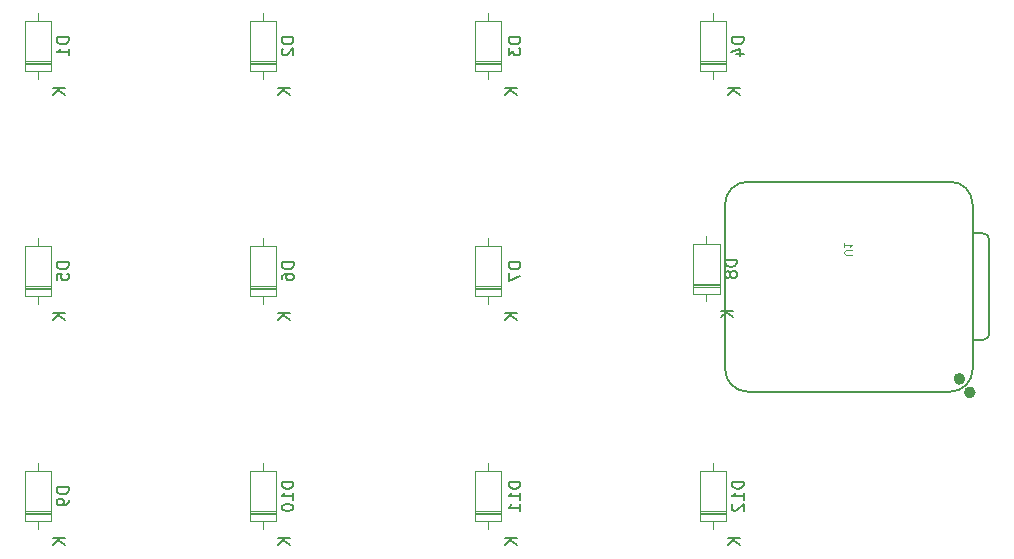
<source format=gbr>
%TF.GenerationSoftware,KiCad,Pcbnew,8.0.6*%
%TF.CreationDate,2025-07-02T19:59:32-04:00*%
%TF.ProjectId,tronzpad,74726f6e-7a70-4616-942e-6b696361645f,rev?*%
%TF.SameCoordinates,Original*%
%TF.FileFunction,Legend,Bot*%
%TF.FilePolarity,Positive*%
%FSLAX46Y46*%
G04 Gerber Fmt 4.6, Leading zero omitted, Abs format (unit mm)*
G04 Created by KiCad (PCBNEW 8.0.6) date 2025-07-02 19:59:32*
%MOMM*%
%LPD*%
G01*
G04 APERTURE LIST*
%ADD10C,0.150000*%
%ADD11C,0.101600*%
%ADD12C,0.120000*%
%ADD13C,0.127000*%
%ADD14C,0.100000*%
%ADD15C,0.504000*%
G04 APERTURE END LIST*
D10*
X160317790Y-117690981D02*
X159317790Y-117690981D01*
X159317790Y-117690981D02*
X159317790Y-117929076D01*
X159317790Y-117929076D02*
X159365409Y-118071933D01*
X159365409Y-118071933D02*
X159460647Y-118167171D01*
X159460647Y-118167171D02*
X159555885Y-118214790D01*
X159555885Y-118214790D02*
X159746361Y-118262409D01*
X159746361Y-118262409D02*
X159889218Y-118262409D01*
X159889218Y-118262409D02*
X160079694Y-118214790D01*
X160079694Y-118214790D02*
X160174932Y-118167171D01*
X160174932Y-118167171D02*
X160270171Y-118071933D01*
X160270171Y-118071933D02*
X160317790Y-117929076D01*
X160317790Y-117929076D02*
X160317790Y-117690981D01*
X160317790Y-119214790D02*
X160317790Y-118643362D01*
X160317790Y-118929076D02*
X159317790Y-118929076D01*
X159317790Y-118929076D02*
X159460647Y-118833838D01*
X159460647Y-118833838D02*
X159555885Y-118738600D01*
X159555885Y-118738600D02*
X159603504Y-118643362D01*
X160317790Y-120167171D02*
X160317790Y-119595743D01*
X160317790Y-119881457D02*
X159317790Y-119881457D01*
X159317790Y-119881457D02*
X159460647Y-119786219D01*
X159460647Y-119786219D02*
X159555885Y-119690981D01*
X159555885Y-119690981D02*
X159603504Y-119595743D01*
X159997790Y-122453362D02*
X158997790Y-122453362D01*
X159997790Y-123024790D02*
X159426361Y-122596219D01*
X158997790Y-123024790D02*
X159569218Y-122453362D01*
X122057190Y-80067972D02*
X121057190Y-80067972D01*
X121057190Y-80067972D02*
X121057190Y-80306067D01*
X121057190Y-80306067D02*
X121104809Y-80448924D01*
X121104809Y-80448924D02*
X121200047Y-80544162D01*
X121200047Y-80544162D02*
X121295285Y-80591781D01*
X121295285Y-80591781D02*
X121485761Y-80639400D01*
X121485761Y-80639400D02*
X121628618Y-80639400D01*
X121628618Y-80639400D02*
X121819094Y-80591781D01*
X121819094Y-80591781D02*
X121914332Y-80544162D01*
X121914332Y-80544162D02*
X122009571Y-80448924D01*
X122009571Y-80448924D02*
X122057190Y-80306067D01*
X122057190Y-80306067D02*
X122057190Y-80067972D01*
X122057190Y-81591781D02*
X122057190Y-81020353D01*
X122057190Y-81306067D02*
X121057190Y-81306067D01*
X121057190Y-81306067D02*
X121200047Y-81210829D01*
X121200047Y-81210829D02*
X121295285Y-81115591D01*
X121295285Y-81115591D02*
X121342904Y-81020353D01*
X121737190Y-84354162D02*
X120737190Y-84354162D01*
X121737190Y-84925590D02*
X121165761Y-84497019D01*
X120737190Y-84925590D02*
X121308618Y-84354162D01*
X160320190Y-99120172D02*
X159320190Y-99120172D01*
X159320190Y-99120172D02*
X159320190Y-99358267D01*
X159320190Y-99358267D02*
X159367809Y-99501124D01*
X159367809Y-99501124D02*
X159463047Y-99596362D01*
X159463047Y-99596362D02*
X159558285Y-99643981D01*
X159558285Y-99643981D02*
X159748761Y-99691600D01*
X159748761Y-99691600D02*
X159891618Y-99691600D01*
X159891618Y-99691600D02*
X160082094Y-99643981D01*
X160082094Y-99643981D02*
X160177332Y-99596362D01*
X160177332Y-99596362D02*
X160272571Y-99501124D01*
X160272571Y-99501124D02*
X160320190Y-99358267D01*
X160320190Y-99358267D02*
X160320190Y-99120172D01*
X159320190Y-100024934D02*
X159320190Y-100691600D01*
X159320190Y-100691600D02*
X160320190Y-100263029D01*
X160000190Y-103406362D02*
X159000190Y-103406362D01*
X160000190Y-103977790D02*
X159428761Y-103549219D01*
X159000190Y-103977790D02*
X159571618Y-103406362D01*
D11*
X188380491Y-98457076D02*
X187866444Y-98457076D01*
X187866444Y-98457076D02*
X187805968Y-98426838D01*
X187805968Y-98426838D02*
X187775730Y-98396600D01*
X187775730Y-98396600D02*
X187745491Y-98336124D01*
X187745491Y-98336124D02*
X187745491Y-98215171D01*
X187745491Y-98215171D02*
X187775730Y-98154695D01*
X187775730Y-98154695D02*
X187805968Y-98124457D01*
X187805968Y-98124457D02*
X187866444Y-98094219D01*
X187866444Y-98094219D02*
X188380491Y-98094219D01*
X187745491Y-97459219D02*
X187745491Y-97822076D01*
X187745491Y-97640648D02*
X188380491Y-97640648D01*
X188380491Y-97640648D02*
X188289777Y-97701124D01*
X188289777Y-97701124D02*
X188229301Y-97761600D01*
X188229301Y-97761600D02*
X188199063Y-97822076D01*
D10*
X141106790Y-80067972D02*
X140106790Y-80067972D01*
X140106790Y-80067972D02*
X140106790Y-80306067D01*
X140106790Y-80306067D02*
X140154409Y-80448924D01*
X140154409Y-80448924D02*
X140249647Y-80544162D01*
X140249647Y-80544162D02*
X140344885Y-80591781D01*
X140344885Y-80591781D02*
X140535361Y-80639400D01*
X140535361Y-80639400D02*
X140678218Y-80639400D01*
X140678218Y-80639400D02*
X140868694Y-80591781D01*
X140868694Y-80591781D02*
X140963932Y-80544162D01*
X140963932Y-80544162D02*
X141059171Y-80448924D01*
X141059171Y-80448924D02*
X141106790Y-80306067D01*
X141106790Y-80306067D02*
X141106790Y-80067972D01*
X140202028Y-81020353D02*
X140154409Y-81067972D01*
X140154409Y-81067972D02*
X140106790Y-81163210D01*
X140106790Y-81163210D02*
X140106790Y-81401305D01*
X140106790Y-81401305D02*
X140154409Y-81496543D01*
X140154409Y-81496543D02*
X140202028Y-81544162D01*
X140202028Y-81544162D02*
X140297266Y-81591781D01*
X140297266Y-81591781D02*
X140392504Y-81591781D01*
X140392504Y-81591781D02*
X140535361Y-81544162D01*
X140535361Y-81544162D02*
X141106790Y-80972734D01*
X141106790Y-80972734D02*
X141106790Y-81591781D01*
X140786790Y-84354162D02*
X139786790Y-84354162D01*
X140786790Y-84925590D02*
X140215361Y-84497019D01*
X139786790Y-84925590D02*
X140358218Y-84354162D01*
X160317790Y-80067972D02*
X159317790Y-80067972D01*
X159317790Y-80067972D02*
X159317790Y-80306067D01*
X159317790Y-80306067D02*
X159365409Y-80448924D01*
X159365409Y-80448924D02*
X159460647Y-80544162D01*
X159460647Y-80544162D02*
X159555885Y-80591781D01*
X159555885Y-80591781D02*
X159746361Y-80639400D01*
X159746361Y-80639400D02*
X159889218Y-80639400D01*
X159889218Y-80639400D02*
X160079694Y-80591781D01*
X160079694Y-80591781D02*
X160174932Y-80544162D01*
X160174932Y-80544162D02*
X160270171Y-80448924D01*
X160270171Y-80448924D02*
X160317790Y-80306067D01*
X160317790Y-80306067D02*
X160317790Y-80067972D01*
X159317790Y-80972734D02*
X159317790Y-81591781D01*
X159317790Y-81591781D02*
X159698742Y-81258448D01*
X159698742Y-81258448D02*
X159698742Y-81401305D01*
X159698742Y-81401305D02*
X159746361Y-81496543D01*
X159746361Y-81496543D02*
X159793980Y-81544162D01*
X159793980Y-81544162D02*
X159889218Y-81591781D01*
X159889218Y-81591781D02*
X160127313Y-81591781D01*
X160127313Y-81591781D02*
X160222551Y-81544162D01*
X160222551Y-81544162D02*
X160270171Y-81496543D01*
X160270171Y-81496543D02*
X160317790Y-81401305D01*
X160317790Y-81401305D02*
X160317790Y-81115591D01*
X160317790Y-81115591D02*
X160270171Y-81020353D01*
X160270171Y-81020353D02*
X160222551Y-80972734D01*
X159997790Y-84354162D02*
X158997790Y-84354162D01*
X159997790Y-84925590D02*
X159426361Y-84497019D01*
X158997790Y-84925590D02*
X159569218Y-84354162D01*
X141106790Y-117690981D02*
X140106790Y-117690981D01*
X140106790Y-117690981D02*
X140106790Y-117929076D01*
X140106790Y-117929076D02*
X140154409Y-118071933D01*
X140154409Y-118071933D02*
X140249647Y-118167171D01*
X140249647Y-118167171D02*
X140344885Y-118214790D01*
X140344885Y-118214790D02*
X140535361Y-118262409D01*
X140535361Y-118262409D02*
X140678218Y-118262409D01*
X140678218Y-118262409D02*
X140868694Y-118214790D01*
X140868694Y-118214790D02*
X140963932Y-118167171D01*
X140963932Y-118167171D02*
X141059171Y-118071933D01*
X141059171Y-118071933D02*
X141106790Y-117929076D01*
X141106790Y-117929076D02*
X141106790Y-117690981D01*
X141106790Y-119214790D02*
X141106790Y-118643362D01*
X141106790Y-118929076D02*
X140106790Y-118929076D01*
X140106790Y-118929076D02*
X140249647Y-118833838D01*
X140249647Y-118833838D02*
X140344885Y-118738600D01*
X140344885Y-118738600D02*
X140392504Y-118643362D01*
X140106790Y-119833838D02*
X140106790Y-119929076D01*
X140106790Y-119929076D02*
X140154409Y-120024314D01*
X140154409Y-120024314D02*
X140202028Y-120071933D01*
X140202028Y-120071933D02*
X140297266Y-120119552D01*
X140297266Y-120119552D02*
X140487742Y-120167171D01*
X140487742Y-120167171D02*
X140725837Y-120167171D01*
X140725837Y-120167171D02*
X140916313Y-120119552D01*
X140916313Y-120119552D02*
X141011551Y-120071933D01*
X141011551Y-120071933D02*
X141059171Y-120024314D01*
X141059171Y-120024314D02*
X141106790Y-119929076D01*
X141106790Y-119929076D02*
X141106790Y-119833838D01*
X141106790Y-119833838D02*
X141059171Y-119738600D01*
X141059171Y-119738600D02*
X141011551Y-119690981D01*
X141011551Y-119690981D02*
X140916313Y-119643362D01*
X140916313Y-119643362D02*
X140725837Y-119595743D01*
X140725837Y-119595743D02*
X140487742Y-119595743D01*
X140487742Y-119595743D02*
X140297266Y-119643362D01*
X140297266Y-119643362D02*
X140202028Y-119690981D01*
X140202028Y-119690981D02*
X140154409Y-119738600D01*
X140154409Y-119738600D02*
X140106790Y-119833838D01*
X140786790Y-122453362D02*
X139786790Y-122453362D01*
X140786790Y-123024790D02*
X140215361Y-122596219D01*
X139786790Y-123024790D02*
X140358218Y-122453362D01*
X122058790Y-99120172D02*
X121058790Y-99120172D01*
X121058790Y-99120172D02*
X121058790Y-99358267D01*
X121058790Y-99358267D02*
X121106409Y-99501124D01*
X121106409Y-99501124D02*
X121201647Y-99596362D01*
X121201647Y-99596362D02*
X121296885Y-99643981D01*
X121296885Y-99643981D02*
X121487361Y-99691600D01*
X121487361Y-99691600D02*
X121630218Y-99691600D01*
X121630218Y-99691600D02*
X121820694Y-99643981D01*
X121820694Y-99643981D02*
X121915932Y-99596362D01*
X121915932Y-99596362D02*
X122011171Y-99501124D01*
X122011171Y-99501124D02*
X122058790Y-99358267D01*
X122058790Y-99358267D02*
X122058790Y-99120172D01*
X121058790Y-100596362D02*
X121058790Y-100120172D01*
X121058790Y-100120172D02*
X121534980Y-100072553D01*
X121534980Y-100072553D02*
X121487361Y-100120172D01*
X121487361Y-100120172D02*
X121439742Y-100215410D01*
X121439742Y-100215410D02*
X121439742Y-100453505D01*
X121439742Y-100453505D02*
X121487361Y-100548743D01*
X121487361Y-100548743D02*
X121534980Y-100596362D01*
X121534980Y-100596362D02*
X121630218Y-100643981D01*
X121630218Y-100643981D02*
X121868313Y-100643981D01*
X121868313Y-100643981D02*
X121963551Y-100596362D01*
X121963551Y-100596362D02*
X122011171Y-100548743D01*
X122011171Y-100548743D02*
X122058790Y-100453505D01*
X122058790Y-100453505D02*
X122058790Y-100215410D01*
X122058790Y-100215410D02*
X122011171Y-100120172D01*
X122011171Y-100120172D02*
X121963551Y-100072553D01*
X121738790Y-103406362D02*
X120738790Y-103406362D01*
X121738790Y-103977790D02*
X121167361Y-103549219D01*
X120738790Y-103977790D02*
X121310218Y-103406362D01*
X122057190Y-118167172D02*
X121057190Y-118167172D01*
X121057190Y-118167172D02*
X121057190Y-118405267D01*
X121057190Y-118405267D02*
X121104809Y-118548124D01*
X121104809Y-118548124D02*
X121200047Y-118643362D01*
X121200047Y-118643362D02*
X121295285Y-118690981D01*
X121295285Y-118690981D02*
X121485761Y-118738600D01*
X121485761Y-118738600D02*
X121628618Y-118738600D01*
X121628618Y-118738600D02*
X121819094Y-118690981D01*
X121819094Y-118690981D02*
X121914332Y-118643362D01*
X121914332Y-118643362D02*
X122009571Y-118548124D01*
X122009571Y-118548124D02*
X122057190Y-118405267D01*
X122057190Y-118405267D02*
X122057190Y-118167172D01*
X122057190Y-119214791D02*
X122057190Y-119405267D01*
X122057190Y-119405267D02*
X122009571Y-119500505D01*
X122009571Y-119500505D02*
X121961951Y-119548124D01*
X121961951Y-119548124D02*
X121819094Y-119643362D01*
X121819094Y-119643362D02*
X121628618Y-119690981D01*
X121628618Y-119690981D02*
X121247666Y-119690981D01*
X121247666Y-119690981D02*
X121152428Y-119643362D01*
X121152428Y-119643362D02*
X121104809Y-119595743D01*
X121104809Y-119595743D02*
X121057190Y-119500505D01*
X121057190Y-119500505D02*
X121057190Y-119310029D01*
X121057190Y-119310029D02*
X121104809Y-119214791D01*
X121104809Y-119214791D02*
X121152428Y-119167172D01*
X121152428Y-119167172D02*
X121247666Y-119119553D01*
X121247666Y-119119553D02*
X121485761Y-119119553D01*
X121485761Y-119119553D02*
X121580999Y-119167172D01*
X121580999Y-119167172D02*
X121628618Y-119214791D01*
X121628618Y-119214791D02*
X121676237Y-119310029D01*
X121676237Y-119310029D02*
X121676237Y-119500505D01*
X121676237Y-119500505D02*
X121628618Y-119595743D01*
X121628618Y-119595743D02*
X121580999Y-119643362D01*
X121580999Y-119643362D02*
X121485761Y-119690981D01*
X121737190Y-122453362D02*
X120737190Y-122453362D01*
X121737190Y-123024790D02*
X121165761Y-122596219D01*
X120737190Y-123024790D02*
X121308618Y-122453362D01*
X141108790Y-99120172D02*
X140108790Y-99120172D01*
X140108790Y-99120172D02*
X140108790Y-99358267D01*
X140108790Y-99358267D02*
X140156409Y-99501124D01*
X140156409Y-99501124D02*
X140251647Y-99596362D01*
X140251647Y-99596362D02*
X140346885Y-99643981D01*
X140346885Y-99643981D02*
X140537361Y-99691600D01*
X140537361Y-99691600D02*
X140680218Y-99691600D01*
X140680218Y-99691600D02*
X140870694Y-99643981D01*
X140870694Y-99643981D02*
X140965932Y-99596362D01*
X140965932Y-99596362D02*
X141061171Y-99501124D01*
X141061171Y-99501124D02*
X141108790Y-99358267D01*
X141108790Y-99358267D02*
X141108790Y-99120172D01*
X140108790Y-100548743D02*
X140108790Y-100358267D01*
X140108790Y-100358267D02*
X140156409Y-100263029D01*
X140156409Y-100263029D02*
X140204028Y-100215410D01*
X140204028Y-100215410D02*
X140346885Y-100120172D01*
X140346885Y-100120172D02*
X140537361Y-100072553D01*
X140537361Y-100072553D02*
X140918313Y-100072553D01*
X140918313Y-100072553D02*
X141013551Y-100120172D01*
X141013551Y-100120172D02*
X141061171Y-100167791D01*
X141061171Y-100167791D02*
X141108790Y-100263029D01*
X141108790Y-100263029D02*
X141108790Y-100453505D01*
X141108790Y-100453505D02*
X141061171Y-100548743D01*
X141061171Y-100548743D02*
X141013551Y-100596362D01*
X141013551Y-100596362D02*
X140918313Y-100643981D01*
X140918313Y-100643981D02*
X140680218Y-100643981D01*
X140680218Y-100643981D02*
X140584980Y-100596362D01*
X140584980Y-100596362D02*
X140537361Y-100548743D01*
X140537361Y-100548743D02*
X140489742Y-100453505D01*
X140489742Y-100453505D02*
X140489742Y-100263029D01*
X140489742Y-100263029D02*
X140537361Y-100167791D01*
X140537361Y-100167791D02*
X140584980Y-100120172D01*
X140584980Y-100120172D02*
X140680218Y-100072553D01*
X140788790Y-103406362D02*
X139788790Y-103406362D01*
X140788790Y-103977790D02*
X140217361Y-103549219D01*
X139788790Y-103977790D02*
X140360218Y-103406362D01*
X179208790Y-80070172D02*
X178208790Y-80070172D01*
X178208790Y-80070172D02*
X178208790Y-80308267D01*
X178208790Y-80308267D02*
X178256409Y-80451124D01*
X178256409Y-80451124D02*
X178351647Y-80546362D01*
X178351647Y-80546362D02*
X178446885Y-80593981D01*
X178446885Y-80593981D02*
X178637361Y-80641600D01*
X178637361Y-80641600D02*
X178780218Y-80641600D01*
X178780218Y-80641600D02*
X178970694Y-80593981D01*
X178970694Y-80593981D02*
X179065932Y-80546362D01*
X179065932Y-80546362D02*
X179161171Y-80451124D01*
X179161171Y-80451124D02*
X179208790Y-80308267D01*
X179208790Y-80308267D02*
X179208790Y-80070172D01*
X178542123Y-81498743D02*
X179208790Y-81498743D01*
X178161171Y-81260648D02*
X178875456Y-81022553D01*
X178875456Y-81022553D02*
X178875456Y-81641600D01*
X178888790Y-84356362D02*
X177888790Y-84356362D01*
X178888790Y-84927790D02*
X178317361Y-84499219D01*
X177888790Y-84927790D02*
X178460218Y-84356362D01*
X179208790Y-117690981D02*
X178208790Y-117690981D01*
X178208790Y-117690981D02*
X178208790Y-117929076D01*
X178208790Y-117929076D02*
X178256409Y-118071933D01*
X178256409Y-118071933D02*
X178351647Y-118167171D01*
X178351647Y-118167171D02*
X178446885Y-118214790D01*
X178446885Y-118214790D02*
X178637361Y-118262409D01*
X178637361Y-118262409D02*
X178780218Y-118262409D01*
X178780218Y-118262409D02*
X178970694Y-118214790D01*
X178970694Y-118214790D02*
X179065932Y-118167171D01*
X179065932Y-118167171D02*
X179161171Y-118071933D01*
X179161171Y-118071933D02*
X179208790Y-117929076D01*
X179208790Y-117929076D02*
X179208790Y-117690981D01*
X179208790Y-119214790D02*
X179208790Y-118643362D01*
X179208790Y-118929076D02*
X178208790Y-118929076D01*
X178208790Y-118929076D02*
X178351647Y-118833838D01*
X178351647Y-118833838D02*
X178446885Y-118738600D01*
X178446885Y-118738600D02*
X178494504Y-118643362D01*
X178304028Y-119595743D02*
X178256409Y-119643362D01*
X178256409Y-119643362D02*
X178208790Y-119738600D01*
X178208790Y-119738600D02*
X178208790Y-119976695D01*
X178208790Y-119976695D02*
X178256409Y-120071933D01*
X178256409Y-120071933D02*
X178304028Y-120119552D01*
X178304028Y-120119552D02*
X178399266Y-120167171D01*
X178399266Y-120167171D02*
X178494504Y-120167171D01*
X178494504Y-120167171D02*
X178637361Y-120119552D01*
X178637361Y-120119552D02*
X179208790Y-119548124D01*
X179208790Y-119548124D02*
X179208790Y-120167171D01*
X178888790Y-122453362D02*
X177888790Y-122453362D01*
X178888790Y-123024790D02*
X178317361Y-122596219D01*
X177888790Y-123024790D02*
X178460218Y-122453362D01*
X178648790Y-98905172D02*
X177648790Y-98905172D01*
X177648790Y-98905172D02*
X177648790Y-99143267D01*
X177648790Y-99143267D02*
X177696409Y-99286124D01*
X177696409Y-99286124D02*
X177791647Y-99381362D01*
X177791647Y-99381362D02*
X177886885Y-99428981D01*
X177886885Y-99428981D02*
X178077361Y-99476600D01*
X178077361Y-99476600D02*
X178220218Y-99476600D01*
X178220218Y-99476600D02*
X178410694Y-99428981D01*
X178410694Y-99428981D02*
X178505932Y-99381362D01*
X178505932Y-99381362D02*
X178601171Y-99286124D01*
X178601171Y-99286124D02*
X178648790Y-99143267D01*
X178648790Y-99143267D02*
X178648790Y-98905172D01*
X178077361Y-100048029D02*
X178029742Y-99952791D01*
X178029742Y-99952791D02*
X177982123Y-99905172D01*
X177982123Y-99905172D02*
X177886885Y-99857553D01*
X177886885Y-99857553D02*
X177839266Y-99857553D01*
X177839266Y-99857553D02*
X177744028Y-99905172D01*
X177744028Y-99905172D02*
X177696409Y-99952791D01*
X177696409Y-99952791D02*
X177648790Y-100048029D01*
X177648790Y-100048029D02*
X177648790Y-100238505D01*
X177648790Y-100238505D02*
X177696409Y-100333743D01*
X177696409Y-100333743D02*
X177744028Y-100381362D01*
X177744028Y-100381362D02*
X177839266Y-100428981D01*
X177839266Y-100428981D02*
X177886885Y-100428981D01*
X177886885Y-100428981D02*
X177982123Y-100381362D01*
X177982123Y-100381362D02*
X178029742Y-100333743D01*
X178029742Y-100333743D02*
X178077361Y-100238505D01*
X178077361Y-100238505D02*
X178077361Y-100048029D01*
X178077361Y-100048029D02*
X178124980Y-99952791D01*
X178124980Y-99952791D02*
X178172599Y-99905172D01*
X178172599Y-99905172D02*
X178267837Y-99857553D01*
X178267837Y-99857553D02*
X178458313Y-99857553D01*
X178458313Y-99857553D02*
X178553551Y-99905172D01*
X178553551Y-99905172D02*
X178601171Y-99952791D01*
X178601171Y-99952791D02*
X178648790Y-100048029D01*
X178648790Y-100048029D02*
X178648790Y-100238505D01*
X178648790Y-100238505D02*
X178601171Y-100333743D01*
X178601171Y-100333743D02*
X178553551Y-100381362D01*
X178553551Y-100381362D02*
X178458313Y-100428981D01*
X178458313Y-100428981D02*
X178267837Y-100428981D01*
X178267837Y-100428981D02*
X178172599Y-100381362D01*
X178172599Y-100381362D02*
X178124980Y-100333743D01*
X178124980Y-100333743D02*
X178077361Y-100238505D01*
X178328790Y-103191362D02*
X177328790Y-103191362D01*
X178328790Y-103762790D02*
X177757361Y-103334219D01*
X177328790Y-103762790D02*
X177900218Y-103191362D01*
D12*
%TO.C,D11*%
X156461571Y-116785267D02*
X156461571Y-121025267D01*
X156461571Y-120185267D02*
X158701571Y-120185267D01*
X156461571Y-120305267D02*
X158701571Y-120305267D01*
X156461571Y-120425267D02*
X158701571Y-120425267D01*
X156461571Y-121025267D02*
X158701571Y-121025267D01*
X157581571Y-116785267D02*
X157581571Y-116135266D01*
X157581571Y-121025268D02*
X157581571Y-121675267D01*
X158701571Y-116785267D02*
X156461571Y-116785267D01*
X158701571Y-121025267D02*
X158701571Y-116785267D01*
%TO.C,D1*%
X118362371Y-78686067D02*
X118362371Y-82926067D01*
X118362371Y-82086067D02*
X120602371Y-82086067D01*
X118362371Y-82206067D02*
X120602371Y-82206067D01*
X118362371Y-82326067D02*
X120602371Y-82326067D01*
X118362371Y-82926067D02*
X120602371Y-82926067D01*
X119482371Y-78686067D02*
X119482371Y-78036066D01*
X119482371Y-82926068D02*
X119482371Y-83576067D01*
X120602371Y-78686067D02*
X118362371Y-78686067D01*
X120602371Y-82926067D02*
X120602371Y-78686067D01*
%TO.C,D7*%
X156463971Y-97738267D02*
X156463971Y-101978267D01*
X156463971Y-101138267D02*
X158703971Y-101138267D01*
X156463971Y-101258267D02*
X158703971Y-101258267D01*
X156463971Y-101378267D02*
X158703971Y-101378267D01*
X156463971Y-101978267D02*
X158703971Y-101978267D01*
X157583971Y-97738267D02*
X157583971Y-97088266D01*
X157583971Y-101978268D02*
X157583971Y-102628267D01*
X158703971Y-97738267D02*
X156463971Y-97738267D01*
X158703971Y-101978267D02*
X158703971Y-97738267D01*
D13*
%TO.C,U1*%
X177651471Y-94188267D02*
X177651471Y-108158267D01*
X196701471Y-92283267D02*
X179556471Y-92283267D01*
X196701471Y-110063267D02*
X179556471Y-110063267D01*
D14*
X198606471Y-108158266D02*
X198606471Y-94188268D01*
D13*
X198606471Y-108158266D02*
X198606471Y-94188268D01*
X198606472Y-96669267D02*
X199516471Y-96669267D01*
X199516743Y-105664539D02*
X198606472Y-105668267D01*
X200016472Y-97169267D02*
X200016472Y-105164539D01*
X177651471Y-94188267D02*
G75*
G02*
X179556471Y-92283267I1905000J0D01*
G01*
X179556471Y-110063267D02*
G75*
G02*
X177651471Y-108158267I1J1905001D01*
G01*
X196701471Y-92283267D02*
G75*
G02*
X198606471Y-94188268I0J-1905000D01*
G01*
X198606471Y-108158266D02*
G75*
G02*
X196701471Y-110063267I-1905001J0D01*
G01*
X199516471Y-96669267D02*
G75*
G02*
X200016471Y-97169267I0J-500000D01*
G01*
X200016472Y-105164539D02*
G75*
G02*
X199516743Y-105664539I-500017J17D01*
G01*
D15*
X197737471Y-108980268D02*
G75*
G02*
X197233471Y-108980268I-252000J0D01*
G01*
X197233471Y-108980268D02*
G75*
G02*
X197737471Y-108980268I252000J0D01*
G01*
X198617471Y-110123267D02*
G75*
G02*
X198113471Y-110123267I-252000J0D01*
G01*
X198113471Y-110123267D02*
G75*
G02*
X198617471Y-110123267I252000J0D01*
G01*
D12*
%TO.C,D2*%
X137411971Y-78686067D02*
X137411971Y-82926067D01*
X137411971Y-82086067D02*
X139651971Y-82086067D01*
X137411971Y-82206067D02*
X139651971Y-82206067D01*
X137411971Y-82326067D02*
X139651971Y-82326067D01*
X137411971Y-82926067D02*
X139651971Y-82926067D01*
X138531971Y-78686067D02*
X138531971Y-78036066D01*
X138531971Y-82926068D02*
X138531971Y-83576067D01*
X139651971Y-78686067D02*
X137411971Y-78686067D01*
X139651971Y-82926067D02*
X139651971Y-78686067D01*
%TO.C,D3*%
X156461571Y-78686067D02*
X156461571Y-82926067D01*
X156461571Y-82086067D02*
X158701571Y-82086067D01*
X156461571Y-82206067D02*
X158701571Y-82206067D01*
X156461571Y-82326067D02*
X158701571Y-82326067D01*
X156461571Y-82926067D02*
X158701571Y-82926067D01*
X157581571Y-78686067D02*
X157581571Y-78036066D01*
X157581571Y-82926068D02*
X157581571Y-83576067D01*
X158701571Y-78686067D02*
X156461571Y-78686067D01*
X158701571Y-82926067D02*
X158701571Y-78686067D01*
%TO.C,D10*%
X137411971Y-116785267D02*
X137411971Y-121025267D01*
X137411971Y-120185267D02*
X139651971Y-120185267D01*
X137411971Y-120305267D02*
X139651971Y-120305267D01*
X137411971Y-120425267D02*
X139651971Y-120425267D01*
X137411971Y-121025267D02*
X139651971Y-121025267D01*
X138531971Y-116785267D02*
X138531971Y-116135266D01*
X138531971Y-121025268D02*
X138531971Y-121675267D01*
X139651971Y-116785267D02*
X137411971Y-116785267D01*
X139651971Y-121025267D02*
X139651971Y-116785267D01*
%TO.C,D5*%
X118363971Y-97738267D02*
X118363971Y-101978267D01*
X118363971Y-101138267D02*
X120603971Y-101138267D01*
X118363971Y-101258267D02*
X120603971Y-101258267D01*
X118363971Y-101378267D02*
X120603971Y-101378267D01*
X118363971Y-101978267D02*
X120603971Y-101978267D01*
X119483971Y-97738267D02*
X119483971Y-97088266D01*
X119483971Y-101978268D02*
X119483971Y-102628267D01*
X120603971Y-97738267D02*
X118363971Y-97738267D01*
X120603971Y-101978267D02*
X120603971Y-97738267D01*
%TO.C,D9*%
X118362371Y-116785267D02*
X118362371Y-121025267D01*
X118362371Y-120185267D02*
X120602371Y-120185267D01*
X118362371Y-120305267D02*
X120602371Y-120305267D01*
X118362371Y-120425267D02*
X120602371Y-120425267D01*
X118362371Y-121025267D02*
X120602371Y-121025267D01*
X119482371Y-116785267D02*
X119482371Y-116135266D01*
X119482371Y-121025268D02*
X119482371Y-121675267D01*
X120602371Y-116785267D02*
X118362371Y-116785267D01*
X120602371Y-121025267D02*
X120602371Y-116785267D01*
%TO.C,D6*%
X137413971Y-97738267D02*
X137413971Y-101978267D01*
X137413971Y-101138267D02*
X139653971Y-101138267D01*
X137413971Y-101258267D02*
X139653971Y-101258267D01*
X137413971Y-101378267D02*
X139653971Y-101378267D01*
X137413971Y-101978267D02*
X139653971Y-101978267D01*
X138533971Y-97738267D02*
X138533971Y-97088266D01*
X138533971Y-101978268D02*
X138533971Y-102628267D01*
X139653971Y-97738267D02*
X137413971Y-97738267D01*
X139653971Y-101978267D02*
X139653971Y-97738267D01*
%TO.C,D4*%
X175513971Y-78688267D02*
X175513971Y-82928267D01*
X175513971Y-82088267D02*
X177753971Y-82088267D01*
X175513971Y-82208267D02*
X177753971Y-82208267D01*
X175513971Y-82328267D02*
X177753971Y-82328267D01*
X175513971Y-82928267D02*
X177753971Y-82928267D01*
X176633971Y-78688267D02*
X176633971Y-78038266D01*
X176633971Y-82928268D02*
X176633971Y-83578267D01*
X177753971Y-78688267D02*
X175513971Y-78688267D01*
X177753971Y-82928267D02*
X177753971Y-78688267D01*
%TO.C,D12*%
X175513971Y-116785267D02*
X175513971Y-121025267D01*
X175513971Y-120185267D02*
X177753971Y-120185267D01*
X175513971Y-120305267D02*
X177753971Y-120305267D01*
X175513971Y-120425267D02*
X177753971Y-120425267D01*
X175513971Y-121025267D02*
X177753971Y-121025267D01*
X176633971Y-116785267D02*
X176633971Y-116135266D01*
X176633971Y-121025268D02*
X176633971Y-121675267D01*
X177753971Y-116785267D02*
X175513971Y-116785267D01*
X177753971Y-121025267D02*
X177753971Y-116785267D01*
%TO.C,D8*%
X174953971Y-97523267D02*
X174953971Y-101763267D01*
X174953971Y-100923267D02*
X177193971Y-100923267D01*
X174953971Y-101043267D02*
X177193971Y-101043267D01*
X174953971Y-101163267D02*
X177193971Y-101163267D01*
X174953971Y-101763267D02*
X177193971Y-101763267D01*
X176073971Y-97523267D02*
X176073971Y-96873266D01*
X176073971Y-101763268D02*
X176073971Y-102413267D01*
X177193971Y-97523267D02*
X174953971Y-97523267D01*
X177193971Y-101763267D02*
X177193971Y-97523267D01*
%TD*%
M02*

</source>
